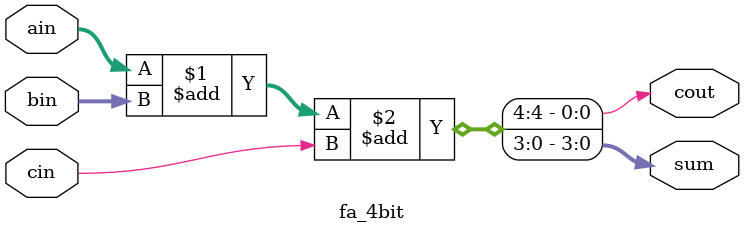
<source format=v>
module fa_4bit( cin, cout, ain, bin, sum );

	input cin;
	input [3:0] ain, bin;
	output [3:0] sum;
	output cout;

	assign {cout,sum} = ain + bin + cin;

endmodule // fa_4bit
</source>
